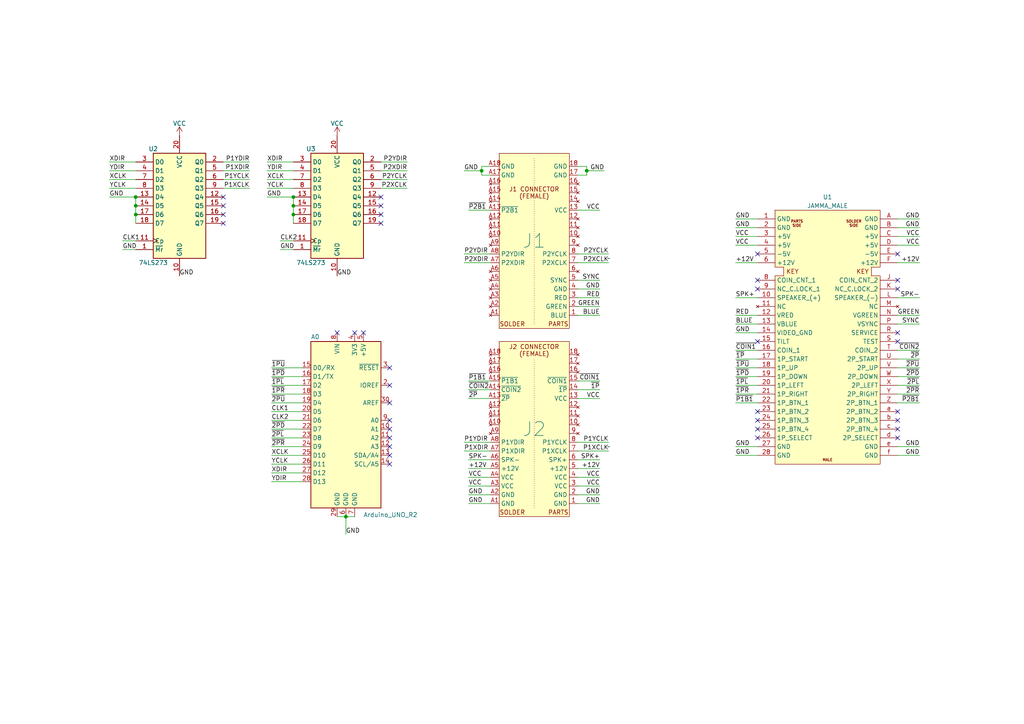
<source format=kicad_sch>
(kicad_sch (version 20231120) (generator "eeschema") (generator_version "8.0")
  (paper "A4")
  (title_block (title "Tehkan World Cup Jamma Adapter") (date "2025-05-11") (company "JOTEGO"))
  (lib_symbols
    (symbol "74xx:74LS273"
      (property "Reference" "U" (at -7.62 16.51 0))
      (property "Value" "74LS273" (at -7.62 -16.51 0))
      (symbol "74LS273_1_0"
        (pin input line (at -12.7 -12.7 0) (length 5.08) (name "~{Mr}") (number "1"))
        (pin power_in line (at 0 -20.32 90) (length 5.08) (name "GND") (number "10"))
        (pin input clock (at -12.7 -10.16 0) (length 5.08) (name "Cp") (number "11"))
        (pin output line (at 12.7 2.54 180) (length 5.08) (name "Q4") (number "12"))
        (pin input line (at -12.7 2.54 0) (length 5.08) (name "D4") (number "13"))
        (pin input line (at -12.7 0 0) (length 5.08) (name "D5") (number "14"))
        (pin output line (at 12.7 0 180) (length 5.08) (name "Q5") (number "15"))
        (pin output line (at 12.7 -2.54 180) (length 5.08) (name "Q6") (number "16"))
        (pin input line (at -12.7 -2.54 0) (length 5.08) (name "D6") (number "17"))
        (pin input line (at -12.7 -5.08 0) (length 5.08) (name "D7") (number "18"))
        (pin output line (at 12.7 -5.08 180) (length 5.08) (name "Q7") (number "19"))
        (pin output line (at 12.7 12.7 180) (length 5.08) (name "Q0") (number "2"))
        (pin power_in line (at 0 20.32 270) (length 5.08) (name "VCC") (number "20"))
        (pin input line (at -12.7 12.7 0) (length 5.08) (name "D0") (number "3"))
        (pin input line (at -12.7 10.16 0) (length 5.08) (name "D1") (number "4"))
        (pin output line (at 12.7 10.16 180) (length 5.08) (name "Q1") (number "5"))
        (pin output line (at 12.7 7.62 180) (length 5.08) (name "Q2") (number "6"))
        (pin input line (at -12.7 7.62 0) (length 5.08) (name "D2") (number "7"))
        (pin input line (at -12.7 5.08 0) (length 5.08) (name "D3") (number "8"))
        (pin output line (at 12.7 5.08 180) (length 5.08) (name "Q3") (number "9"))
      )
      (symbol "74LS273_1_1"
        (rectangle (start -7.62 15.24) (end 7.62 -15.24) (stroke (width 0.254)) (fill (type background)))
      )
    )
    (symbol "MCU_Module:Arduino_UNO_R2"
      (property "Reference" "A" (at -10.16 23.495 0))
      (property "Value" "Arduino_UNO_R2" (at 5.08 -26.67 0))
      (symbol "Arduino_UNO_R2_0_1"
        (rectangle (start -10.16 22.86) (end 10.16 -25.4) (stroke (width 0.254)) (fill (type background)))
      )
      (symbol "Arduino_UNO_R2_1_1"
        (pin no_connect line (at -10.16 -20.32 0) (length 2.54) hide (name "NC") (number "1"))
        (pin bidirectional line (at 12.7 -2.54 180) (length 2.54) (name "A1") (number "10"))
        (pin bidirectional line (at 12.7 -5.08 180) (length 2.54) (name "A2") (number "11"))
        (pin bidirectional line (at 12.7 -7.62 180) (length 2.54) (name "A3") (number "12"))
        (pin bidirectional line (at 12.7 -10.16 180) (length 2.54) (name "SDA/A4") (number "13"))
        (pin bidirectional line (at 12.7 -12.7 180) (length 2.54) (name "SCL/A5") (number "14"))
        (pin bidirectional line (at -12.7 15.24 0) (length 2.54) (name "D0/RX") (number "15"))
        (pin bidirectional line (at -12.7 12.7 0) (length 2.54) (name "D1/TX") (number "16"))
        (pin bidirectional line (at -12.7 10.16 0) (length 2.54) (name "D2") (number "17"))
        (pin bidirectional line (at -12.7 7.62 0) (length 2.54) (name "D3") (number "18"))
        (pin bidirectional line (at -12.7 5.08 0) (length 2.54) (name "D4") (number "19"))
        (pin output line (at 12.7 10.16 180) (length 2.54) (name "IOREF") (number "2"))
        (pin bidirectional line (at -12.7 2.54 0) (length 2.54) (name "D5") (number "20"))
        (pin bidirectional line (at -12.7 0 0) (length 2.54) (name "D6") (number "21"))
        (pin bidirectional line (at -12.7 -2.54 0) (length 2.54) (name "D7") (number "22"))
        (pin bidirectional line (at -12.7 -5.08 0) (length 2.54) (name "D8") (number "23"))
        (pin bidirectional line (at -12.7 -7.62 0) (length 2.54) (name "D9") (number "24"))
        (pin bidirectional line (at -12.7 -10.16 0) (length 2.54) (name "D10") (number "25"))
        (pin bidirectional line (at -12.7 -12.7 0) (length 2.54) (name "D11") (number "26"))
        (pin bidirectional line (at -12.7 -15.24 0) (length 2.54) (name "D12") (number "27"))
        (pin bidirectional line (at -12.7 -17.78 0) (length 2.54) (name "D13") (number "28"))
        (pin power_in line (at -2.54 -27.94 90) (length 2.54) (name "GND") (number "29"))
        (pin input line (at 12.7 15.24 180) (length 2.54) (name "~{RESET}") (number "3"))
        (pin input line (at 12.7 5.08 180) (length 2.54) (name "AREF") (number "30"))
        (pin power_out line (at 2.54 25.4 270) (length 2.54) (name "3V3") (number "4"))
        (pin power_out line (at 5.08 25.4 270) (length 2.54) (name "+5V") (number "5"))
        (pin power_in line (at 0 -27.94 90) (length 2.54) (name "GND") (number "6"))
        (pin power_in line (at 2.54 -27.94 90) (length 2.54) (name "GND") (number "7"))
        (pin power_in line (at -2.54 25.4 270) (length 2.54) (name "VIN") (number "8"))
        (pin bidirectional line (at 12.7 0 180) (length 2.54) (name "A0") (number "9"))
      )
    )
    (symbol "arcade:JAMMA_MALE"
      (property "Reference" "U" (at 0 39.37 0))
      (property "Value" "JAMMA_MALE" (at 0 36.83 0))
      (symbol "JAMMA_MALE_1_1"
        (polyline (pts (xy -15.24 35.56) (xy -15.24 19.05) (xy -12.7 19.05) (xy -12.7 16.51) (xy -15.24 16.51) (xy -15.24 -38.1) (xy 15.24 -38.1) (xy 15.24 16.51) (xy 12.7 16.51) (xy 12.7 19.05) (xy 15.24 19.05) (xy 15.24 35.56) (xy -15.24 35.56)) (fill (type background)))
        (text "KEY" (at -10.16 17.78 0) (effects (font (size 1.27 1.27))))
        (text "KEY" (at 10.16 17.78 0) (effects (font (size 1.27 1.27))))
        (text "MALE\n" (at 0 -36.83 0) (effects (font (size 0.762 0.762))))
        (text "PARTS\nSIDE" (at -8.89 31.75 0) (effects (font (size 0.762 0.762))))
        (text "SOLDER\nSIDE" (at 7.62 31.75 0) (effects (font (size 0.762 0.762))))
        (pin power_out line (at -20.32 33.02 0) (length 5.08) (name "GND") (number "1"))
        (pin input line (at -20.32 10.16 0) (length 5.08) (name "SPEAKER_(+)") (number "10"))
        (pin no_connect line (at -20.32 7.62 0) (length 5.08) (name "NC") (number "11"))
        (pin input line (at -20.32 5.08 0) (length 5.08) (name "VRED") (number "12"))
        (pin input line (at -20.32 2.54 0) (length 5.08) (name "VBLUE") (number "13"))
        (pin power_in line (at -20.32 0 0) (length 5.08) (name "VIDEO_GND") (number "14"))
        (pin output line (at -20.32 -2.54 0) (length 5.08) (name "TILT") (number "15"))
        (pin output line (at -20.32 -5.08 0) (length 5.08) (name "COIN_1") (number "16"))
        (pin output line (at -20.32 -7.62 0) (length 5.08) (name "1P_START") (number "17"))
        (pin output line (at -20.32 -10.16 0) (length 5.08) (name "1P_UP") (number "18"))
        (pin output line (at -20.32 -12.7 0) (length 5.08) (name "1P_DOWN") (number "19"))
        (pin power_in line (at -20.32 30.48 0) (length 5.08) (name "GND") (number "2"))
        (pin output line (at -20.32 -15.24 0) (length 5.08) (name "1P_LEFT") (number "20"))
        (pin output line (at -20.32 -17.78 0) (length 5.08) (name "1P_RIGHT") (number "21"))
        (pin output line (at -20.32 -20.32 0) (length 5.08) (name "1P_BTN_1") (number "22"))
        (pin output line (at -20.32 -22.86 0) (length 5.08) (name "1P_BTN_2") (number "23"))
        (pin output line (at -20.32 -25.4 0) (length 5.08) (name "1P_BTN_3") (number "24"))
        (pin output line (at -20.32 -27.94 0) (length 5.08) (name "1P_BTN_4") (number "25"))
        (pin output line (at -20.32 -30.48 0) (length 5.08) (name "1P_SELECT") (number "26"))
        (pin power_in line (at -20.32 -33.02 0) (length 5.08) (name "GND") (number "27"))
        (pin power_in line (at -20.32 -35.56 0) (length 5.08) (name "GND") (number "28"))
        (pin power_out line (at -20.32 27.94 0) (length 5.08) (name "+5V") (number "3"))
        (pin power_in line (at -20.32 25.4 0) (length 5.08) (name "+5V") (number "4"))
        (pin power_out line (at -20.32 22.86 0) (length 5.08) (name "-5V") (number "5"))
        (pin power_out line (at -20.32 20.32 0) (length 5.08) (name "+12V") (number "6"))
        (pin input line (at -20.32 15.24 0) (length 5.08) (name "COIN_CNT_1") (number "8"))
        (pin input line (at -20.32 12.7 0) (length 5.08) (name "NC_C.LOCK_1") (number "9"))
        (pin power_in line (at 20.32 33.02 180) (length 5.08) (name "GND") (number "A"))
        (pin power_in line (at 20.32 30.48 180) (length 5.08) (name "GND") (number "B"))
        (pin power_in line (at 20.32 27.94 180) (length 5.08) (name "+5V") (number "C"))
        (pin power_in line (at 20.32 25.4 180) (length 5.08) (name "+5V") (number "D"))
        (pin power_in line (at 20.32 22.86 180) (length 5.08) (name "-5V") (number "E"))
        (pin power_in line (at 20.32 20.32 180) (length 5.08) (name "+12V") (number "F"))
        (pin input line (at 20.32 15.24 180) (length 5.08) (name "COIN_CNT_2") (number "J"))
        (pin input line (at 20.32 12.7 180) (length 5.08) (name "NC_C.LOCK_2") (number "K"))
        (pin input line (at 20.32 10.16 180) (length 5.08) (name "SPEAKER_(-)") (number "L"))
        (pin no_connect line (at 20.32 7.62 180) (length 5.08) (name "NC") (number "M"))
        (pin input line (at 20.32 5.08 180) (length 5.08) (name "VGREEN") (number "N"))
        (pin input line (at 20.32 2.54 180) (length 5.08) (name "VSYNC") (number "P"))
        (pin output line (at 20.32 0 180) (length 5.08) (name "SERVICE") (number "R"))
        (pin output line (at 20.32 -2.54 180) (length 5.08) (name "TEST") (number "S"))
        (pin output line (at 20.32 -5.08 180) (length 5.08) (name "COIN_2") (number "T"))
        (pin output line (at 20.32 -7.62 180) (length 5.08) (name "2P_START") (number "U"))
        (pin output line (at 20.32 -10.16 180) (length 5.08) (name "2P_UP") (number "V"))
        (pin output line (at 20.32 -12.7 180) (length 5.08) (name "2P_DOWN") (number "W"))
        (pin output line (at 20.32 -15.24 180) (length 5.08) (name "2P_LEFT") (number "X"))
        (pin output line (at 20.32 -17.78 180) (length 5.08) (name "2P_RIGHT") (number "Y"))
        (pin output line (at 20.32 -20.32 180) (length 5.08) (name "2P_BTN_1") (number "Z"))
        (pin output line (at 20.32 -22.86 180) (length 5.08) (name "2P_BTN_2") (number "a"))
        (pin output line (at 20.32 -25.4 180) (length 5.08) (name "2P_BTN_3") (number "b"))
        (pin output line (at 20.32 -27.94 180) (length 5.08) (name "2P_BTN_4") (number "c"))
        (pin output line (at 20.32 -30.48 180) (length 5.08) (name "2P_SELECT") (number "d"))
        (pin power_in line (at 20.32 -33.02 180) (length 5.08) (name "GND") (number "e"))
        (pin power_in line (at 20.32 -35.56 180) (length 5.08) (name "GND") (number "f"))
      )
    )
    (symbol "power:VCC" (power) (pin_numbers hide) (pin_names (offset 0) hide)
      (property "Value" "VCC" (at 0 3.556 0))
      (symbol "VCC_0_1"
        (polyline (pts (xy -0.762 1.27) (xy 0 2.54)))
        (polyline (pts (xy 0 0) (xy 0 2.54)))
        (polyline (pts (xy 0 2.54) (xy 0.762 1.27)))
      )
      (symbol "VCC_1_1"
        (pin power_in line (at 0 0 90) (length 0) (name "~") (number "1"))
      )
    )
    (symbol "tehkan:worldcup_J1"
      (property "Reference" "E" (at 0 0 0))
      (symbol "worldcup_J1_1_1"
        (rectangle (start -10.16 25.4) (end 10.16 -25.4) (fill (type background)))
        (polyline (pts (xy 0 24.13) (xy 0 -24.13)) (stroke (width 0) (type dot)))
        (text "J1 CONNECTOR\n(FEMALE)" (at 0 -13.97 0) (effects (font (size 1.27 1.27))))
        (text "PARTS" (at 6.985 24.13 0) (effects (font (size 1.27 1.27))))
        (text "SOLDER" (at -6.35 24.13 0) (effects (font (size 1.27 1.27))))
        (pin output line (at 12.7 21.59 180) (length 2.54) (name "BLUE") (number "1"))
        (pin no_connect line (at 12.7 -1.27 180) (length 2.54) (name "") (number "10"))
        (pin no_connect line (at 12.7 -3.81 180) (length 2.54) (name "") (number "11"))
        (pin no_connect line (at 12.7 -6.35 180) (length 2.54) (name "") (number "12"))
        (pin passive line (at 12.7 -8.89 180) (length 2.54) (name "VCC") (number "13"))
        (pin no_connect line (at 12.7 -11.43 180) (length 2.54) (name "") (number "14"))
        (pin no_connect line (at 12.7 -13.97 180) (length 2.54) (name "") (number "15"))
        (pin no_connect line (at 12.7 -16.51 180) (length 2.54) (name "") (number "16"))
        (pin passive line (at 12.7 -19.05 180) (length 2.54) (name "GND") (number "17"))
        (pin power_in line (at 12.7 -21.59 180) (length 2.54) (name "GND") (number "18"))
        (pin output line (at 12.7 19.05 180) (length 2.54) (name "GREEN") (number "2"))
        (pin output line (at 12.7 16.51 180) (length 2.54) (name "RED") (number "3"))
        (pin passive line (at 12.7 13.97 180) (length 2.54) (name "GND") (number "4"))
        (pin output line (at 12.7 11.43 180) (length 2.54) (name "SYNC") (number "5"))
        (pin no_connect line (at 12.7 8.89 180) (length 2.54) (name "") (number "6"))
        (pin input line (at 12.7 6.35 180) (length 2.54) (name "P2XCLK") (number "7"))
        (pin input line (at 12.7 3.81 180) (length 2.54) (name "P2YCLK") (number "8"))
        (pin no_connect line (at 12.7 1.27 180) (length 2.54) (name "") (number "9"))
        (pin no_connect line (at -12.7 21.59 0) (length 2.54) (name "") (number "A1"))
        (pin no_connect line (at -12.7 -1.27 0) (length 2.54) (name "") (number "A10"))
        (pin no_connect line (at -12.7 -3.81 0) (length 2.54) (name "") (number "A11"))
        (pin no_connect line (at -12.7 -6.35 0) (length 2.54) (name "") (number "A12"))
        (pin input line (at -12.7 -8.89 0) (length 2.54) (name "~{P2B1}") (number "A13"))
        (pin no_connect line (at -12.7 -11.43 0) (length 2.54) (name "") (number "A14"))
        (pin no_connect line (at -12.7 -13.97 0) (length 2.54) (name "") (number "A15"))
        (pin no_connect line (at -12.7 -16.51 0) (length 2.54) (name "") (number "A16"))
        (pin passive line (at -12.7 -19.05 0) (length 2.54) (name "GND") (number "A17"))
        (pin passive line (at -12.7 -21.59 0) (length 2.54) (name "GND") (number "A18"))
        (pin no_connect line (at -12.7 19.05 0) (length 2.54) (name "") (number "A2"))
        (pin no_connect line (at -12.7 16.51 0) (length 2.54) (name "") (number "A3"))
        (pin no_connect line (at -12.7 13.97 0) (length 2.54) (name "") (number "A4"))
        (pin no_connect line (at -12.7 11.43 0) (length 2.54) (name "") (number "A5"))
        (pin no_connect line (at -12.7 8.89 0) (length 2.54) (name "") (number "A6"))
        (pin input line (at -12.7 6.35 0) (length 2.54) (name "P2XDIR") (number "A7"))
        (pin input line (at -12.7 3.81 0) (length 2.54) (name "P2YDIR") (number "A8"))
        (pin no_connect line (at -12.7 1.27 0) (length 2.54) (name "") (number "A9"))
      )
    )
    (symbol "tehkan:worldcup_J2"
      (property "Reference" "E" (at 0 0 0))
      (symbol "worldcup_J2_1_1"
        (rectangle (start -10.16 25.4) (end 10.16 -25.4) (fill (type background)))
        (polyline (pts (xy 0 22.86) (xy 0 -20.32)) (stroke (width 0) (type dot)))
        (text "J2 CONNECTOR\n(FEMALE)" (at 0 -22.86 0) (effects (font (size 1.27 1.27))))
        (text "PARTS" (at 6.985 24.13 0) (effects (font (size 1.27 1.27))))
        (text "SOLDER" (at -6.35 24.13 0) (effects (font (size 1.27 1.27))))
        (pin power_in line (at 12.7 21.59 180) (length 2.54) (name "GND") (number "1"))
        (pin no_connect line (at 12.7 -1.27 180) (length 2.54) (name "") (number "10"))
        (pin no_connect line (at 12.7 -3.81 180) (length 2.54) (name "") (number "11"))
        (pin no_connect line (at 12.7 -6.35 180) (length 2.54) (name "") (number "12"))
        (pin passive line (at 12.7 -8.89 180) (length 2.54) (name "VCC") (number "13"))
        (pin input line (at 12.7 -11.43 180) (length 2.54) (name "~{1P}") (number "14"))
        (pin input line (at 12.7 -13.97 180) (length 2.54) (name "~{COIN1}") (number "15"))
        (pin no_connect line (at 12.7 -16.51 180) (length 2.54) (name "") (number "16"))
        (pin no_connect line (at 12.7 -19.05 180) (length 2.54) (name "") (number "17"))
        (pin no_connect line (at 12.7 -21.59 180) (length 2.54) (name "") (number "18"))
        (pin passive line (at 12.7 19.05 180) (length 2.54) (name "GND") (number "2"))
        (pin power_in line (at 12.7 16.51 180) (length 2.54) (name "VCC") (number "3"))
        (pin passive line (at 12.7 13.97 180) (length 2.54) (name "VCC") (number "4"))
        (pin power_in line (at 12.7 11.43 180) (length 2.54) (name "+12V") (number "5"))
        (pin output line (at 12.7 8.89 180) (length 2.54) (name "SPK+") (number "6"))
        (pin input line (at 12.7 6.35 180) (length 2.54) (name "P1XCLK") (number "7"))
        (pin input line (at 12.7 3.81 180) (length 2.54) (name "P1YCLK") (number "8"))
        (pin no_connect line (at 12.7 1.27 180) (length 2.54) (name "") (number "9"))
        (pin passive line (at -12.7 21.59 0) (length 2.54) (name "GND") (number "A1"))
        (pin no_connect line (at -12.7 -1.27 0) (length 2.54) (name "") (number "A10"))
        (pin no_connect line (at -12.7 -3.81 0) (length 2.54) (name "") (number "A11"))
        (pin no_connect line (at -12.7 -6.35 0) (length 2.54) (name "") (number "A12"))
        (pin input line (at -12.7 -8.89 0) (length 2.54) (name "~{2P}") (number "A13"))
        (pin input line (at -12.7 -11.43 0) (length 2.54) (name "~{COIN2}") (number "A14"))
        (pin input line (at -12.7 -13.97 0) (length 2.54) (name "~{P1B1}") (number "A15"))
        (pin no_connect line (at -12.7 -16.51 0) (length 2.54) (name "") (number "A16"))
        (pin no_connect line (at -12.7 -19.05 0) (length 2.54) (name "") (number "A17"))
        (pin no_connect line (at -12.7 -21.59 0) (length 2.54) (name "") (number "A18"))
        (pin passive line (at -12.7 19.05 0) (length 2.54) (name "GND") (number "A2"))
        (pin passive line (at -12.7 16.51 0) (length 2.54) (name "VCC") (number "A3"))
        (pin passive line (at -12.7 13.97 0) (length 2.54) (name "VCC") (number "A4"))
        (pin passive line (at -12.7 11.43 0) (length 2.54) (name "+12V") (number "A5"))
        (pin output line (at -12.7 8.89 0) (length 2.54) (name "SPK-") (number "A6"))
        (pin input line (at -12.7 6.35 0) (length 2.54) (name "P1XDIR") (number "A7"))
        (pin input line (at -12.7 3.81 0) (length 2.54) (name "P1YDIR") (number "A8"))
        (pin no_connect line (at -12.7 1.27 0) (length 2.54) (name "") (number "A9"))
      )
    )
  )
  (junction (at 100.33 149.86))
  (junction (at 39.37 59.69))
  (junction (at 85.09 57.15))
  (junction (at 85.09 62.23))
  (junction (at 39.37 57.15))
  (junction (at 170.18 49.53))
  (junction (at 139.7 49.53))
  (junction (at 85.09 59.69))
  (junction (at 39.37 62.23))
  (no_connect (at 113.03 132.08))
  (no_connect (at 260.35 81.28))
  (no_connect (at 97.79 96.52))
  (no_connect (at 64.77 59.69))
  (no_connect (at 219.71 124.46))
  (no_connect (at 113.03 134.62))
  (no_connect (at 113.03 127))
  (no_connect (at 219.71 127))
  (no_connect (at 260.35 124.46))
  (no_connect (at 110.49 64.77))
  (no_connect (at 260.35 119.38))
  (no_connect (at 110.49 57.15))
  (no_connect (at 219.71 119.38))
  (no_connect (at 110.49 59.69))
  (no_connect (at 64.77 62.23))
  (no_connect (at 64.77 57.15))
  (no_connect (at 260.35 83.82))
  (no_connect (at 113.03 129.54))
  (no_connect (at 219.71 121.92))
  (no_connect (at 113.03 124.46))
  (no_connect (at 113.03 116.84))
  (no_connect (at 110.49 62.23))
  (no_connect (at 260.35 121.92))
  (no_connect (at 260.35 73.66))
  (no_connect (at 219.71 99.06))
  (no_connect (at 260.35 99.06))
  (no_connect (at 260.35 96.52))
  (no_connect (at 219.71 81.28))
  (no_connect (at 64.77 64.77))
  (no_connect (at 113.03 121.92))
  (no_connect (at 219.71 83.82))
  (no_connect (at 113.03 111.76))
  (no_connect (at 102.87 96.52))
  (no_connect (at 113.03 106.68))
  (no_connect (at 105.41 96.52))
  (no_connect (at 219.71 73.66))
  (no_connect (at 260.35 127))
  (wire (pts (xy 135.89 60.96) (xy 142.24 60.96)))
  (wire (pts (xy 142.24 140.97) (xy 135.89 140.97)))
  (wire (pts (xy 139.7 50.8) (xy 142.24 50.8)))
  (wire (pts (xy 167.64 81.28) (xy 173.99 81.28)))
  (wire (pts (xy 135.89 135.89) (xy 142.24 135.89)))
  (wire (pts (xy 139.7 49.53) (xy 139.7 50.8)))
  (wire (pts (xy 31.75 52.07) (xy 39.37 52.07)))
  (wire (pts (xy 134.62 76.2) (xy 142.24 76.2)))
  (wire (pts (xy 260.35 86.36) (xy 266.7 86.36)))
  (wire (pts (xy 266.7 101.6) (xy 260.35 101.6)))
  (wire (pts (xy 219.71 63.5) (xy 213.36 63.5)))
  (wire (pts (xy 167.64 140.97) (xy 173.99 140.97)))
  (wire (pts (xy 260.35 93.98) (xy 266.7 93.98)))
  (wire (pts (xy 134.62 128.27) (xy 142.24 128.27)))
  (wire (pts (xy 167.64 91.44) (xy 173.99 91.44)))
  (wire (pts (xy 167.64 133.35) (xy 173.99 133.35)))
  (wire (pts (xy 85.09 59.69) (xy 85.09 57.15)))
  (wire (pts (xy 78.74 116.84) (xy 87.63 116.84)))
  (wire (pts (xy 134.62 73.66) (xy 142.24 73.66)))
  (wire (pts (xy 260.35 63.5) (xy 266.7 63.5)))
  (wire (pts (xy 139.7 48.26) (xy 142.24 48.26)))
  (wire (pts (xy 31.75 57.15) (xy 39.37 57.15)))
  (wire (pts (xy 78.74 129.54) (xy 87.63 129.54)))
  (wire (pts (xy 110.49 54.61) (xy 118.11 54.61)))
  (wire (pts (xy 170.18 50.8) (xy 167.64 50.8)))
  (wire (pts (xy 219.71 86.36) (xy 213.36 86.36)))
  (wire (pts (xy 64.77 54.61) (xy 72.39 54.61)))
  (wire (pts (xy 213.36 93.98) (xy 219.71 93.98)))
  (wire (pts (xy 135.89 113.03) (xy 142.24 113.03)))
  (wire (pts (xy 167.64 88.9) (xy 173.99 88.9)))
  (wire (pts (xy 35.56 72.39) (xy 39.37 72.39)))
  (wire (pts (xy 167.64 146.05) (xy 173.99 146.05)))
  (wire (pts (xy 176.53 76.2) (xy 167.64 76.2)))
  (wire (pts (xy 260.35 71.12) (xy 266.7 71.12)))
  (wire (pts (xy 78.74 132.08) (xy 87.63 132.08)))
  (wire (pts (xy 142.24 133.35) (xy 135.89 133.35)))
  (wire (pts (xy 78.74 119.38) (xy 87.63 119.38)))
  (wire (pts (xy 31.75 46.99) (xy 39.37 46.99)))
  (wire (pts (xy 110.49 46.99) (xy 118.11 46.99)))
  (wire (pts (xy 219.71 68.58) (xy 213.36 68.58)))
  (wire (pts (xy 176.53 130.81) (xy 167.64 130.81)))
  (wire (pts (xy 39.37 64.77) (xy 39.37 62.23)))
  (wire (pts (xy 167.64 143.51) (xy 173.99 143.51)))
  (wire (pts (xy 167.64 113.03) (xy 173.99 113.03)))
  (wire (pts (xy 78.74 134.62) (xy 87.63 134.62)))
  (wire (pts (xy 81.28 69.85) (xy 85.09 69.85)))
  (wire (pts (xy 77.47 57.15) (xy 85.09 57.15)))
  (wire (pts (xy 78.74 121.92) (xy 87.63 121.92)))
  (wire (pts (xy 142.24 143.51) (xy 135.89 143.51)))
  (wire (pts (xy 260.35 68.58) (xy 266.7 68.58)))
  (wire (pts (xy 139.7 48.26) (xy 139.7 49.53)))
  (wire (pts (xy 78.74 127) (xy 87.63 127)))
  (wire (pts (xy 78.74 124.46) (xy 87.63 124.46)))
  (wire (pts (xy 78.74 109.22) (xy 87.63 109.22)))
  (wire (pts (xy 213.36 101.6) (xy 219.71 101.6)))
  (wire (pts (xy 219.71 71.12) (xy 213.36 71.12)))
  (wire (pts (xy 176.53 128.27) (xy 167.64 128.27)))
  (wire (pts (xy 173.99 135.89) (xy 167.64 135.89)))
  (wire (pts (xy 85.09 64.77) (xy 85.09 62.23)))
  (wire (pts (xy 260.35 106.68) (xy 266.7 106.68)))
  (wire (pts (xy 77.47 49.53) (xy 85.09 49.53)))
  (wire (pts (xy 213.36 91.44) (xy 219.71 91.44)))
  (wire (pts (xy 39.37 62.23) (xy 39.37 59.69)))
  (wire (pts (xy 77.47 54.61) (xy 85.09 54.61)))
  (wire (pts (xy 110.49 52.07) (xy 118.11 52.07)))
  (wire (pts (xy 213.36 106.68) (xy 219.71 106.68)))
  (wire (pts (xy 81.28 72.39) (xy 85.09 72.39)))
  (wire (pts (xy 219.71 129.54) (xy 213.36 129.54)))
  (wire (pts (xy 78.74 114.3) (xy 87.63 114.3)))
  (wire (pts (xy 213.36 116.84) (xy 219.71 116.84)))
  (wire (pts (xy 260.35 104.14) (xy 266.7 104.14)))
  (wire (pts (xy 219.71 66.04) (xy 213.36 66.04)))
  (wire (pts (xy 173.99 110.49) (xy 167.64 110.49)))
  (wire (pts (xy 100.33 149.86) (xy 100.33 154.94)))
  (wire (pts (xy 170.18 49.53) (xy 170.18 50.8)))
  (wire (pts (xy 31.75 54.61) (xy 39.37 54.61)))
  (wire (pts (xy 78.74 111.76) (xy 87.63 111.76)))
  (wire (pts (xy 35.56 69.85) (xy 39.37 69.85)))
  (wire (pts (xy 170.18 49.53) (xy 175.26 49.53)))
  (wire (pts (xy 77.47 46.99) (xy 85.09 46.99)))
  (wire (pts (xy 110.49 49.53) (xy 118.11 49.53)))
  (wire (pts (xy 213.36 114.3) (xy 219.71 114.3)))
  (wire (pts (xy 142.24 146.05) (xy 135.89 146.05)))
  (wire (pts (xy 77.47 52.07) (xy 85.09 52.07)))
  (wire (pts (xy 142.24 138.43) (xy 135.89 138.43)))
  (wire (pts (xy 170.18 48.26) (xy 170.18 49.53)))
  (wire (pts (xy 78.74 137.16) (xy 87.63 137.16)))
  (wire (pts (xy 219.71 132.08) (xy 213.36 132.08)))
  (wire (pts (xy 176.53 73.66) (xy 167.64 73.66)))
  (wire (pts (xy 31.75 49.53) (xy 39.37 49.53)))
  (wire (pts (xy 219.71 104.14) (xy 213.36 104.14)))
  (wire (pts (xy 64.77 49.53) (xy 72.39 49.53)))
  (wire (pts (xy 167.64 48.26) (xy 170.18 48.26)))
  (wire (pts (xy 78.74 106.68) (xy 87.63 106.68)))
  (wire (pts (xy 167.64 86.36) (xy 173.99 86.36)))
  (wire (pts (xy 260.35 129.54) (xy 266.7 129.54)))
  (wire (pts (xy 266.7 109.22) (xy 260.35 109.22)))
  (wire (pts (xy 39.37 59.69) (xy 39.37 57.15)))
  (wire (pts (xy 135.89 110.49) (xy 142.24 110.49)))
  (wire (pts (xy 213.36 96.52) (xy 219.71 96.52)))
  (wire (pts (xy 266.7 76.2) (xy 260.35 76.2)))
  (wire (pts (xy 134.62 130.81) (xy 142.24 130.81)))
  (wire (pts (xy 260.35 66.04) (xy 266.7 66.04)))
  (wire (pts (xy 213.36 76.2) (xy 219.71 76.2)))
  (wire (pts (xy 266.7 111.76) (xy 260.35 111.76)))
  (wire (pts (xy 142.24 115.57) (xy 135.89 115.57)))
  (wire (pts (xy 266.7 116.84) (xy 260.35 116.84)))
  (wire (pts (xy 213.36 109.22) (xy 219.71 109.22)))
  (wire (pts (xy 78.74 139.7) (xy 87.63 139.7)))
  (wire (pts (xy 167.64 60.96) (xy 173.99 60.96)))
  (wire (pts (xy 64.77 52.07) (xy 72.39 52.07)))
  (wire (pts (xy 260.35 132.08) (xy 266.7 132.08)))
  (wire (pts (xy 167.64 115.57) (xy 173.99 115.57)))
  (wire (pts (xy 260.35 114.3) (xy 266.7 114.3)))
  (wire (pts (xy 64.77 46.99) (xy 72.39 46.99)))
  (wire (pts (xy 85.09 62.23) (xy 85.09 59.69)))
  (wire (pts (xy 167.64 83.82) (xy 173.99 83.82)))
  (wire (pts (xy 260.35 91.44) (xy 266.7 91.44)))
  (wire (pts (xy 134.62 49.53) (xy 139.7 49.53)))
  (wire (pts (xy 213.36 111.76) (xy 219.71 111.76)))
  (wire (pts (xy 100.33 149.86) (xy 102.87 149.86)))
  (wire (pts (xy 167.64 138.43) (xy 173.99 138.43)))
  (wire (pts (xy 97.79 149.86) (xy 100.33 149.86)))
  (label "VCC" (at 266.7 71.12 180))
  (label "P1YCLK" (at 72.39 52.07 180))
  (label "VCC" (at 213.36 68.58 0))
  (label "P2YDIR" (at 134.62 73.66 0))
  (label "YDIR" (at 78.74 139.7 0))
  (label "P2YDIR" (at 118.11 46.99 180))
  (label "GND" (at 173.99 146.05 180))
  (label "~{COIN1}" (at 173.99 110.49 180))
  (label "~{1PD}" (at 78.74 109.22 0))
  (label "+12V" (at 266.7 76.2 180))
  (label "GND" (at 97.79 80.01 0))
  (label "~{2PD}" (at 266.7 109.22 180))
  (label "YDIR" (at 77.47 49.53 0))
  (label "P1YCLK" (at 176.53 128.27 180))
  (label "~{1P}" (at 173.99 113.03 180))
  (label "VCC" (at 135.89 140.97 0))
  (label "~{P1B1}" (at 135.89 110.49 0))
  (label "RED" (at 213.36 91.44 0))
  (label "BLUE" (at 213.36 93.98 0))
  (label "YCLK" (at 31.75 54.61 0))
  (label "GND" (at 213.36 129.54 0))
  (label "GND" (at 213.36 63.5 0))
  (label "~{2PR}" (at 266.7 114.3 180))
  (label "~{2PU}" (at 78.74 116.84 0))
  (label "P1XDIR" (at 134.62 130.81 0))
  (label "RED" (at 173.99 86.36 180))
  (label "~{1P}" (at 213.36 104.14 0))
  (label "~{1PR}" (at 213.36 114.3 0))
  (label "GND" (at 266.7 129.54 180))
  (label "YCLK" (at 78.74 134.62 0))
  (label "~{1PU}" (at 213.36 106.68 0))
  (label "GREEN" (at 266.7 91.44 180))
  (label "VCC" (at 173.99 115.57 180))
  (label "~{2P}" (at 135.89 115.57 0))
  (label "CLK1" (at 78.74 119.38 0))
  (label "P2XCLK" (at 118.11 54.61 180))
  (label "CLK2" (at 78.74 121.92 0))
  (label "GND" (at 266.7 63.5 180))
  (label "GND" (at 35.56 72.39 0))
  (label "GND" (at 213.36 96.52 0))
  (label "SYNC" (at 266.7 93.98 180))
  (label "GND" (at 31.75 57.15 0))
  (label "GND" (at 266.7 66.04 180))
  (label "GREEN" (at 173.99 88.9 180))
  (label "GND" (at 81.28 72.39 0))
  (label "~{1PU}" (at 78.74 106.68 0))
  (label "~{COIN2}" (at 135.89 113.03 0))
  (label "GND" (at 77.47 57.15 0))
  (label "+12V" (at 173.99 135.89 180))
  (label "GND" (at 173.99 83.82 180))
  (label "BLUE" (at 173.99 91.44 180))
  (label "XDIR" (at 31.75 46.99 0))
  (label "VCC" (at 173.99 60.96 180))
  (label "~{COIN2}" (at 266.7 101.6 180))
  (label "P2YCLK" (at 176.53 73.66 180))
  (label "YDIR" (at 31.75 49.53 0))
  (label "GND" (at 266.7 132.08 180))
  (label "+12V" (at 213.36 76.2 0))
  (label "P2XCLK" (at 176.53 76.2 180))
  (label "GND" (at 213.36 132.08 0))
  (label "SPK+" (at 173.99 133.35 180))
  (label "~{2PR}" (at 78.74 129.54 0))
  (label "XDIR" (at 78.74 137.16 0))
  (label "GND" (at 100.33 154.94 0))
  (label "XCLK" (at 78.74 132.08 0))
  (label "~{1PL}" (at 213.36 111.76 0))
  (label "GND" (at 52.07 80.01 0))
  (label "GND" (at 175.26 49.53 180))
  (label "+12V" (at 135.89 135.89 0))
  (label "~{P2B1}" (at 135.89 60.96 0))
  (label "VCC" (at 173.99 140.97 180))
  (label "P1XCLK" (at 72.39 54.61 180))
  (label "GND" (at 135.89 143.51 0))
  (label "~{P2B1}" (at 266.7 116.84 180))
  (label "YCLK" (at 77.47 54.61 0))
  (label "~{P1B1}" (at 213.36 116.84 0))
  (label "~{1PL}" (at 78.74 111.76 0))
  (label "VCC" (at 173.99 138.43 180))
  (label "P1YDIR" (at 134.62 128.27 0))
  (label "GND" (at 135.89 146.05 0))
  (label "~{2P}" (at 266.7 104.14 180))
  (label "CLK1" (at 35.56 69.85 0))
  (label "P1XCLK" (at 176.53 130.81 180))
  (label "~{2PD}" (at 78.74 124.46 0))
  (label "SPK-" (at 135.89 133.35 0))
  (label "SYNC" (at 173.99 81.28 180))
  (label "XCLK" (at 77.47 52.07 0))
  (label "~{2PL}" (at 78.74 127 0))
  (label "P1YDIR" (at 72.39 46.99 180))
  (label "CLK2" (at 81.28 69.85 0))
  (label "P2YCLK" (at 118.11 52.07 180))
  (label "VCC" (at 266.7 68.58 180))
  (label "~{2PU}" (at 266.7 106.68 180))
  (label "XDIR" (at 77.47 46.99 0))
  (label "GND" (at 213.36 66.04 0))
  (label "~{1PD}" (at 213.36 109.22 0))
  (label "P2XDIR" (at 118.11 49.53 180))
  (label "SPK+" (at 213.36 86.36 0))
  (label "~{1PR}" (at 78.74 114.3 0))
  (label "GND" (at 173.99 143.51 180))
  (label "P1XDIR" (at 72.39 49.53 180))
  (label "GND" (at 134.62 49.53 0))
  (label "VCC" (at 135.89 138.43 0))
  (label "P2XDIR" (at 134.62 76.2 0))
  (label "~{2PL}" (at 266.7 111.76 180))
  (label "SPK-" (at 266.7 86.36 180))
  (label "XCLK" (at 31.75 52.07 0))
  (label "~{COIN1}" (at 213.36 101.6 0))
  (label "VCC" (at 213.36 71.12 0))
  (symbol (lib_id "tehkan:worldcup_J2") (at 154.94 124.46 0) (mirror x) (unit 1)
    (property "Reference" "J2" (at 154.94 124.46 0) (effects (font (size 4 4))))
    (property "Value" "~" (at 176.53 129.54 0))
  )
  (symbol (lib_id "MCU_Module:Arduino_UNO_R2") (at 100.33 121.92 0) (unit 1)
    (property "Reference" "A0" (at 90.17 98.425 0) (effects (justify left bottom)))
    (property "Value" "Arduino_UNO_R2" (at 105.41 148.59 0) (effects (justify left top)))
    (property "Footprint" "Module:Arduino_UNO_R2" (effects (hide yes)))
    (property "Datasheet" "https://www.arduino.cc/en/Main/arduinoBoardUno" (effects (hide yes)))
    (property "Description" "Arduino UNO Microcontroller Module, release 2" (effects (hide yes)))
  )
  (symbol (lib_id "tehkan:worldcup_J1") (at 154.94 69.85 0) (mirror x) (unit 1)
    (property "Reference" "J1" (at 154.94 69.85 0) (effects (font (size 4 4))))
    (property "Value" "~" (at 176.53 74.93 0))
  )
  (symbol (lib_id "74xx:74LS273") (at 52.07 59.69 0) (unit 1)
    (property "Reference" "U2" (at 44.45 43.18 0))
    (property "Value" "74LS273" (at 44.45 76.2 0))
    (property "Datasheet" "http://www.ti.com/lit/gpn/sn74LS273" (effects (hide yes)))
    (property "Description" "8-bit D Flip-Flop, reset" (effects (hide yes)))
  )
  (symbol (lib_id "arcade:JAMMA_MALE") (at 240.03 96.52 0) (unit 1)
    (property "Reference" "U1" (at 240.03 57.15 0))
    (property "Value" "JAMMA_MALE" (at 240.03 59.69 0))
    (property "Datasheet" "https://www.thegeekpub.com/279928/jamma-pinout-pdf/" (effects (hide yes)))
  )
  (symbol (lib_id "power:VCC") (at 52.07 39.37 0) (unit 1)
    (property "Reference" "#PWR2" (effects (hide yes)))
    (property "Value" "VCC" (at 52.07 35.814 0))
    (property "Description" "Power symbol creates a global label with name \"VCC\"" (effects (hide yes)))
  )
  (symbol (lib_id "power:VCC") (at 97.79 39.37 0) (unit 1)
    (property "Reference" "#PWR1" (effects (hide yes)))
    (property "Value" "VCC" (at 97.79 35.814 0))
    (property "Description" "Power symbol creates a global label with name \"VCC\"" (effects (hide yes)))
  )
  (symbol (lib_id "74xx:74LS273") (at 97.79 59.69 0) (unit 1)
    (property "Reference" "U3" (at 90.17 43.18 0))
    (property "Value" "74LS273" (at 90.17 76.2 0))
    (property "Datasheet" "http://www.ti.com/lit/gpn/sn74LS273" (effects (hide yes)))
    (property "Description" "8-bit D Flip-Flop, reset" (effects (hide yes)))
  )
)
</source>
